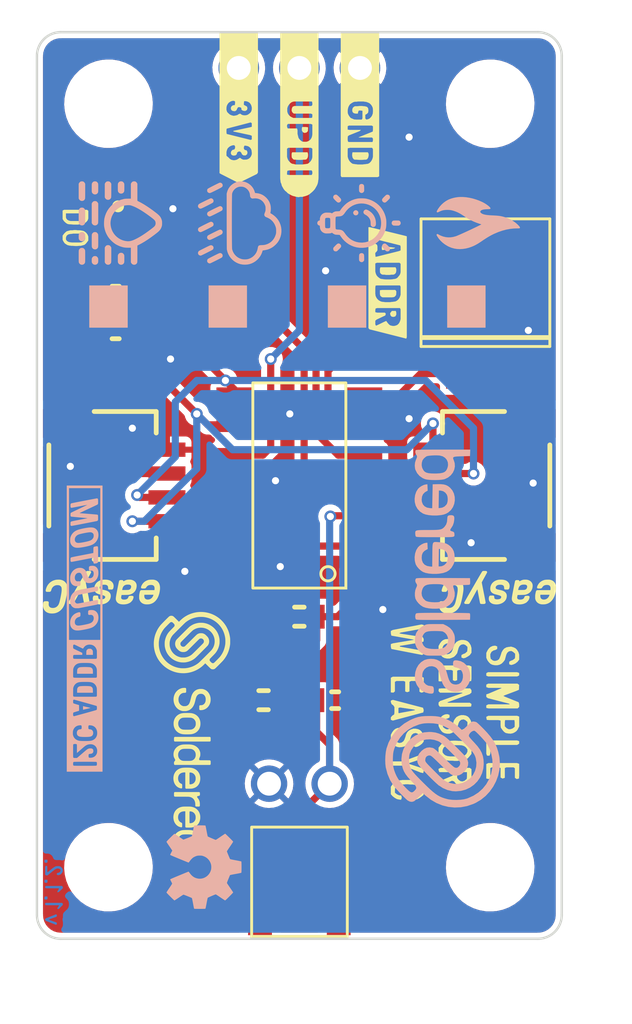
<source format=kicad_pcb>
(kicad_pcb (version 20211014) (generator pcbnew)
  (title_block (title "Simple fire sensor board with easyC") (date "2022-02-14") (rev "V1.1.2.") (company "SOLDERED") (comment 1 "333077"))
  (layers (0 "F.Cu" signal) (31 "B.Cu" signal) (34 "B.Paste" user) (35 "F.Paste" user) (36 "B.SilkS" user "B.Silkscreen") (37 "F.SilkS" user "F.Silkscreen") (38 "B.Mask" user) (39 "F.Mask" user) (44 "Edge.Cuts" user))
  (net 0 "")
  (net 1 "A0")
  (net 2 "GND")
  (net 3 "3V3")
  (net 4 "Net-(D1-Pad1)")
  (net 5 "SDA")
  (net 6 "SCL")
  (net 7 "UPDI")
  (net 8 "ADD3")
  (net 9 "ADD2")
  (net 10 "ADD1")
  (net 11 "D0")
  (footprint "e-radionica.com footprinti:easyC-connector" (layer "F.Cu") (at 112.1 127.8 90)
    (fp_text reference "K3")
    (fp_text value "easyC-SMD")
    (pad "1" smd rect locked (at -1.5 2.15 90) (size 0.6 1.55) (layers "F.Cu" "F.Paste" "F.Mask") (net 6 "SCL"))
    (pad "2" smd rect locked (at -0.5 2.15 90) (size 0.6 1.55) (layers "F.Cu" "F.Paste" "F.Mask") (net 5 "SDA"))
    (pad "3" smd rect locked (at 0.5 2.15 90) (size 0.6 1.55) (layers "F.Cu" "F.Paste" "F.Mask") (net 3 "3V3"))
    (pad "4" smd rect locked (at 1.5 2.15 90) (size 0.6 1.55) (layers "F.Cu" "F.Paste" "F.Mask") (net 2 "GND"))
    (pad "5" smd rect locked (at -2.6 -2.15 90) (size 1.2 1.8) (layers "F.Cu" "F.Paste" "F.Mask") (net 2 "GND"))
    (pad "5" smd rect locked (at 2.6 -2.15 90) (size 1.2 1.8) (layers "F.Cu" "F.Paste" "F.Mask") (net 2 "GND"))
  )
  (footprint "e-radionica.com footprinti:0603R" (layer "F.Cu") (at 112.1 119.8 180)
    (fp_text reference "R3")
    (fp_text value "10k")
    (pad "1" smd rect locked (at -0.775 0 270) (size 1 0.64) (layers "F.Cu" "F.Paste" "F.Mask") (net 5 "SDA"))
    (pad "2" smd rect locked (at 0.775 0 270) (size 1 0.64) (layers "F.Cu" "F.Paste" "F.Mask") (net 3 "3V3"))
  )
  (footprint "e-radionica.com footprinti:HEADER-UPDI" (layer "F.Cu") (at 119.8 110.3)
    (fp_text reference "K4")
    (fp_text value "HEADER-UPDI")
    (pad "1" thru_hole circle locked (at -2.54 0) (size 1.7 1.7) (drill 1) (layers *.Cu *.Mask) (net 3 "3V3"))
    (pad "2" thru_hole circle locked (at 0 0) (size 1.7 1.7) (drill 1) (layers *.Cu *.Mask) (net 7 "UPDI"))
    (pad "3" thru_hole circle locked (at 2.54 0) (size 1.7 1.7) (drill 1) (layers *.Cu *.Mask) (net 2 "GND"))
  )
  (footprint "e-radionica.com footprinti:0603R" (layer "F.Cu") (at 112.1 121.3 180)
    (fp_text reference "R4")
    (fp_text value "10k")
    (pad "1" smd rect locked (at -0.775 0 270) (size 1 0.64) (layers "F.Cu" "F.Paste" "F.Mask") (net 6 "SCL"))
    (pad "2" smd rect locked (at 0.775 0 270) (size 1 0.64) (layers "F.Cu" "F.Paste" "F.Mask") (net 3 "3V3"))
  )
  (footprint "Soldered Graphics:Logo-Front-easyC-5mm" (layer "F.Cu") (at 111.5 132.3 180)
    (fp_text reference "G***" hide)
    (fp_text value "LOGO" hide)
  )
  (footprint "Soldered Graphics:Logo-Front-SolderedFULL-10mm" (layer "F.Cu") (at 115.3 138.1 -90)
    (fp_text reference "G***" hide)
    (fp_text value "LOGO" hide)
  )
  (footprint "e-radionica.com footprinti:FIDUCIAL_23" (layer "F.Cu") (at 127.8 119 -90)
    (fp_text reference "FD1")
    (fp_text value "FIDUCIAL")
    (fp_circle (center 0 0) (end 1 0) (layer "F.Cu") (width 0.2) (fill none))
    (pad "1" smd circle locked (at 0 0 270) (size 1 1) (layers "F.Cu" "F.Paste" "F.Mask") (clearance 1.1))
  )
  (footprint "e-radionica.com footprinti:0402LED" (layer "F.Cu") (at 111.6 117 90)
    (fp_text reference "D1")
    (fp_text value "purple")
    (pad "1" smd rect locked (at -0.55 0 180) (size 0.75 0.45) (layers "F.Cu" "F.Paste" "F.Mask") (net 4 "Net-(D1-Pad1)"))
    (pad "2" smd rect locked (at 0.55 0 180) (size 0.75 0.45) (layers "F.Cu" "F.Paste" "F.Mask") (net 2 "GND"))
  )
  (footprint "buzzardLabel" (layer "F.Cu") (at 126.3 137.3 -90)
    (fp_text reference "" (at 0 0 90) (layer "F.SilkS") (effects (font (size 1.27 1.27))))
    (fp_text value "" (at 0 0 90) (layer "F.SilkS") (effects (font (size 1.27 1.27))))
  )
  (footprint "e-radionica.com footprinti:JST-SH_2pin_1mm_C145954" (layer "F.Cu") (at 119.8 144.8)
    (fp_text reference "K1")
    (fp_text value "JST-SH_2pin_1mm_C145954")
    (pad "" smd rect (at 1.65 0.95) (size 1 1.8) (layers "F.Cu" "F.Paste" "F.Mask"))
    (pad "" smd rect (at -1.65 0.95) (size 1 1.8) (layers "F.Cu" "F.Paste" "F.Mask"))
    (pad "1" smd rect (at 0.5 -2.5) (size 0.4 1.6) (layers "F.Cu" "F.Paste" "F.Mask") (net 1 "A0"))
    (pad "2" smd rect (at -0.5 -2.5) (size 0.4 1.6) (layers "F.Cu" "F.Paste" "F.Mask") (net 2 "GND"))
  )
  (footprint "e-radionica.com footprinti:HOLE_3.2mm" (layer "F.Cu") (at 111.8 143.8 -90)
    (fp_text reference "H2" hide)
    (fp_text value "HOLE_3.2mm" hide)
    (pad "" np_thru_hole circle locked (at 0 0 270) (size 3.2 3.2) (drill 3.2) (layers F&B.Cu *.Mask))
  )
  (footprint "buzzardLabel" (layer "F.Cu") (at 119.8 108.4 -90)
    (fp_text reference "" (at 0 0 90) (layer "F.SilkS") (effects (font (size 1.27 1.27))))
    (fp_text value "" (at 0 0 90) (layer "F.SilkS") (effects (font (size 1.27 1.27))))
  )
  (footprint "e-radionica.com footprinti:0402R" (layer "F.Cu") (at 113 117 90)
    (fp_text reference "R2")
    (fp_text value "2k2")
    (pad "1" smd rect locked (at -0.5 0 180) (size 0.64 0.54) (layers "F.Cu" "F.Paste" "F.Mask") (net 11 "D0"))
    (pad "2" smd rect locked (at 0.5 0 180) (size 0.64 0.54) (layers "F.Cu" "F.Paste" "F.Mask") (net 4 "Net-(D1-Pad1)"))
  )
  (footprint "e-radionica.com footprinti:SOIC-14" (layer "F.Cu") (at 119.8 127.8 180)
    (fp_text reference "U1")
    (fp_text value "ATTINY404-SSNR")
    (pad "1" smd rect locked (at -2.7 -3.81 180) (size 1.55 0.6) (layers "F.Cu" "F.Paste" "F.Mask") (net 3 "3V3"))
    (pad "2" smd rect locked (at -2.7 -2.54 180) (size 1.55 0.6) (layers "F.Cu" "F.Paste" "F.Mask") (net 11 "D0"))
    (pad "3" smd rect locked (at -2.7 -1.27 180) (size 1.55 0.6) (layers "F.Cu" "F.Paste" "F.Mask") (net 1 "A0"))
    (pad "4" smd rect locked (at -2.7 0 180) (size 1.55 0.6) (layers "F.Cu" "F.Paste" "F.Mask"))
    (pad "5" smd rect locked (at -2.7 1.27 180) (size 1.55 0.6) (layers "F.Cu" "F.Paste" "F.Mask") (net 8 "ADD3"))
    (pad "6" smd rect locked (at -2.7 2.54 180) (size 1.55 0.6) (layers "F.Cu" "F.Paste" "F.Mask") (net 9 "ADD2"))
    (pad "7" smd rect locked (at -2.7 3.81 180) (size 1.55 0.6) (layers "F.Cu" "F.Paste" "F.Mask") (net 10 "ADD1"))
    (pad "8" smd rect locked (at 2.7 3.81 180) (size 1.55 0.6) (layers "F.Cu" "F.Paste" "F.Mask") (net 5 "SDA"))
    (pad "9" smd rect locked (at 2.7 2.54 180) (size 1.55 0.6) (layers "F.Cu" "F.Paste" "F.Mask") (net 6 "SCL"))
    (pad "10" smd rect locked (at 2.7 1.27 180) (size 1.55 0.6) (layers "F.Cu" "F.Paste" "F.Mask") (net 7 "UPDI"))
    (pad "11" smd rect locked (at 2.7 0 180) (size 1.55 0.6) (layers "F.Cu" "F.Paste" "F.Mask"))
    (pad "12" smd rect locked (at 2.7 -1.27 180) (size 1.55 0.6) (layers "F.Cu" "F.Paste" "F.Mask"))
    (pad "13" smd rect locked (at 2.7 -2.54 180) (size 1.55 0.6) (layers "F.Cu" "F.Paste" "F.Mask"))
    (pad "14" smd rect locked (at 2.7 -3.81 180) (size 1.55 0.6) (layers "F.Cu" "F.Paste" "F.Mask") (net 2 "GND"))
  )
  (footprint "Soldered Graphics:Logo-Back-OSH-3.5mm" (layer "F.Cu") (at 115.8 143.8 -90)
    (fp_text reference "G***" hide)
    (fp_text value "LOGO" hide)
  )
  (footprint "Soldered Graphics:Logo-Front-easyC-5mm" (layer "F.Cu") (at 128.1 132.3 180)
    (fp_text reference "G***" hide)
    (fp_text value "LOGO" hide)
  )
  (footprint "e-radionica.com footprinti:HOLE_3.2mm" (layer "F.Cu") (at 127.8 143.8 -90)
    (fp_text reference "H4" hide)
    (fp_text value "HOLE_3.2mm" hide)
    (pad "" np_thru_hole circle locked (at 0 0 270) (size 3.2 3.2) (drill 3.2) (layers F&B.Cu *.Mask))
  )
  (footprint "e-radionica.com footprinti:easyC-connector" (layer "F.Cu") (at 127.5 127.8 -90)
    (fp_text reference "K5")
    (fp_text value "easyC-SMD")
    (pad "1" smd rect locked (at -1.5 2.15 270) (size 0.6 1.55) (layers "F.Cu" "F.Paste" "F.Mask") (net 6 "SCL"))
    (pad "2" smd rect locked (at -0.5 2.15 270) (size 0.6 1.55) (layers "F.Cu" "F.Paste" "F.Mask") (net 5 "SDA"))
    (pad "3" smd rect locked (at 0.5 2.15 270) (size 0.6 1.55) (layers "F.Cu" "F.Paste" "F.Mask") (net 3 "3V3"))
    (pad "4" smd rect locked (at 1.5 2.15 270) (size 0.6 1.55) (layers "F.Cu" "F.Paste" "F.Mask") (net 2 "GND"))
    (pad "5" smd rect locked (at -2.6 -2.15 270) (size 1.2 1.8) (layers "F.Cu" "F.Paste" "F.Mask") (net 2 "GND"))
    (pad "5" smd rect locked (at 2.6 -2.15 270) (size 1.2 1.8) (layers "F.Cu" "F.Paste" "F.Mask") (net 2 "GND"))
  )
  (footprint "e-radionica.com footprinti:HEADER_MALE_2X1" (layer "F.Cu") (at 119.8 140.3)
    (fp_text reference "K2")
    (fp_text value "HEADER_MALE_2X1")
    (pad "1" thru_hole circle locked (at -1.27 0) (size 1.524 1.524) (drill 1) (layers *.Cu *.Mask) (net 2 "GND"))
    (pad "2" thru_hole circle locked (at 1.27 0) (size 1.524 1.524) (drill 1) (layers *.Cu *.Mask) (net 1 "A0"))
  )
  (footprint "buzzardLabel" (layer "F.Cu") (at 128.3 137.3 -90)
    (fp_text reference "" (at 0 0 90) (layer "F.SilkS") (effects (font (size 1.27 1.27))))
    (fp_text value "" (at 0 0 90) (layer "F.SilkS") (effects (font (size 1.27 1.27))))
  )
  (footprint "buzzardLabel" (layer "F.Cu") (at 123.5 119.3 -90)
    (fp_text reference "" (at 0 0 90) (layer "F.SilkS") (effects (font (size 1.27 1.27))))
    (fp_text value "" (at 0 0 90) (layer "F.SilkS") (effects (font (size 1.27 1.27))))
  )
  (footprint "e-radionica.com footprinti:HOLE_3.2mm" (layer "F.Cu") (at 127.8 111.8 -90)
    (fp_text reference "H3" hide)
    (fp_text value "HOLE_3.2mm" hide)
    (pad "" np_thru_hole circle locked (at 0 0 270) (size 3.2 3.2) (drill 3.2) (layers F&B.Cu *.Mask))
  )
  (footprint "buzzardLabel" (layer "F.Cu") (at 110.4 117 -90)
    (fp_text reference "" (at 0 0 90) (layer "F.SilkS") (effects (font (size 1.27 1.27))))
    (fp_text value "" (at 0 0 90) (layer "F.SilkS") (effects (font (size 1.27 1.27))))
  )
  (footprint "Soldered Graphics:Logo-Back-SolderedFULL-15mm" (layer "F.Cu") (at 125.8 133.8 -90)
    (fp_text reference "REF**" hide)
    (fp_text value "Logo-Front-SolderedFULL-15mm" hide)
  )
  (footprint "buzzardLabel" (layer "F.Cu") (at 117.26 108.4 -90)
    (fp_text reference "" (at 0 0 90) (layer "F.SilkS") (effects (font (size 1.27 1.27))))
    (fp_text value "" (at 0 0 90) (layer "F.SilkS") (effects (font (size 1.27 1.27))))
  )
  (footprint "e-radionica.com footprinti:0603R" (layer "F.Cu") (at 121.3 136.8)
    (fp_text reference "R1")
    (fp_text value "10k")
    (pad "1" smd rect locked (at -0.775 0 90) (size 1 0.64) (layers "F.Cu" "F.Paste" "F.Mask") (net 1 "A0"))
    (pad "2" smd rect locked (at 0.775 0 90) (size 1 0.64) (layers "F.Cu" "F.Paste" "F.Mask") (net 3 "3V3"))
  )
  (footprint "e-radionica.com footprinti:0603C" (layer "F.Cu") (at 119.8 133.3 180)
    (fp_text reference "C2")
    (fp_text value "100n")
    (pad "1" smd rect locked (at -0.73 0 180) (size 0.66 1) (layers "F.Cu" "F.Paste" "F.Mask") (net 3 "3V3"))
    (pad "2" smd rect locked (at 0.73 0 180) (size 0.66 1) (layers "F.Cu" "F.Paste" "F.Mask") (net 2 "GND"))
  )
  (footprint "buzzardLabel" (layer "F.Cu") (at 124.3 137.3 -90)
    (fp_text reference "" (at 0 0 90) (layer "F.SilkS") (effects (font (size 1.27 1.27))))
    (fp_text value "" (at 0 0 90) (layer "F.SilkS") (effects (font (size 1.27 1.27))))
  )
  (footprint "e-radionica.com footprinti:HOLE_3.2mm" (layer "F.Cu") (at 111.8 111.8 -90)
    (fp_text reference "H1" hide)
    (fp_text value "HOLE_3.2mm" hide)
    (pad "" np_thru_hole circle locked (at 0 0 270) (size 3.2 3.2) (drill 3.2) (layers F&B.Cu *.Mask))
  )
  (footprint "e-radionica.com footprinti:0603C" (layer "F.Cu") (at 118.3 136.8)
    (fp_text reference "C1")
    (fp_text value "100n")
    (pad "1" smd rect locked (at -0.73 0) (size 0.66 1) (layers "F.Cu" "F.Paste" "F.Mask") (net 2 "GND"))
    (pad "2" smd rect locked (at 0.73 0) (size 0.66 1) (layers "F.Cu" "F.Paste" "F.Mask") (net 1 "A0"))
  )
  (footprint "e-radionica.com footprinti:DSHP03TS-S" (layer "F.Cu") (at 127.6 119.3 90)
    (fp_text reference "K6")
    (fp_text value "DSHP03TS-S")
    (pad "1" smd rect locked (at -3.81 -1.27 180) (size 0.76 1.27) (layers "F.Cu" "F.Paste" "F.Mask") (net 10 "ADD1"))
    (pad "2" smd rect locked (at 3.81 -1.27 180) (size 0.76 1.27) (layers "F.Cu" "F.Paste" "F.Mask") (net 2 "GND"))
    (pad "3" smd rect locked (at -3.81 0 180) (size 0.76 1.27) (layers "F.Cu" "F.Paste" "F.Mask") (net 9 "ADD2"))
    (pad "4" smd rect locked (at 3.81 0 180) (size 0.76 1.27) (layers "F.Cu" "F.Paste" "F.Mask") (net 2 "GND"))
    (pad "5" smd rect locked (at -3.81 1.27 180) (size 0.76 1.27) (layers "F.Cu" "F.Paste" "F.Mask") (net 8 "ADD3"))
    (pad "6" smd rect locked (at 3.81 1.27 180) (size 0.76 1.27) (layers "F.Cu" "F.Paste" "F.Mask") (net 2 "GND"))
  )
  (footprint "buzzardLabel" (layer "F.Cu") (at 122.34 108.4 -90)
    (fp_text reference "" (at 0 0 90) (layer "F.SilkS") (effects (font (size 1.27 1.27))))
    (fp_text value "" (at 0 0 90) (layer "F.SilkS") (effects (font (size 1.27 1.27))))
  )
  (footprint "Soldered Graphics:Symbol-Front-Raining" (layer "B.Cu") (at 117.3 116.8 90)
    (fp_text reference "G***" hide)
    (fp_text value "LOGO" hide)
  )
  (footprint "buzzardLabel" (layer "B.Cu") (at 126.8 120.3 90)
    (fp_text reference "" (at 0 0 90) (layer "B.SilkS") (effects (font (size 1.27 1.27)) (justify mirror)))
    (fp_text value "" (at 0 0 90) (layer "B.SilkS") (effects (font (size 1.27 1.27)) (justify mirror)))
  )
  (footprint "buzzardLabel" (layer "B.Cu") (at 111.8 120.3 90)
    (fp_text reference "" (at 0 0 90) (layer "B.SilkS") (effects (font (size 1.27 1.27)) (justify mirror)))
    (fp_text value "" (at 0 0 90) (layer "B.SilkS") (effects (font (size 1.27 1.27)) (justify mirror)))
  )
  (footprint "buzzardLabel" (layer "B.Cu") (at 121.8 120.3 90)
    (fp_text reference "" (at 0 0 90) (layer "B.SilkS") (effects (font (size 1.27 1.27)) (justify mirror)))
    (fp_text value "" (at 0 0 90) (layer "B.SilkS") (effects (font (size 1.27 1.27)) (justify mirror)))
  )
  (footprint "buzzardLabel" (layer "B.Cu") (at 116.8 120.3 90)
    (fp_text reference "" (at 0 0 90) (layer "B.SilkS") (effects (font (size 1.27 1.27)) (justify mirror)))
    (fp_text value "" (at 0 0 90) (layer "B.SilkS") (effects (font (size 1.27 1.27)) (justify mirror)))
  )
  (footprint "Soldered Graphics:Symbol-Front-Light" (layer "B.Cu") (at 122.3 116.8 90)
    (fp_text reference "G***" hide)
    (fp_text value "LOGO" hide)
  )
  (footprint "Soldered Graphics:Symbol-Front_I2C_ADDR_CUSTOM" (layer "B.Cu") (at 110.8 133.8 90)
    (fp_text reference "REF**" hide)
    (fp_text value "Symbol-Front_I2C_ADDR_CUSTOM" hide)
  )
  (footprint "Soldered Graphics:Symbol-Front-Flame" (layer "B.Cu") (at 127.3 116.8 90)
    (fp_text reference "G***" hide)
    (fp_text value "LOGO" hide)
  )
  (footprint "Soldered Graphics:Symbol-Front-Water-Sensoric" (layer "B.Cu") (at 112.3 116.8 90)
    (fp_text reference "G***" hide)
    (fp_text value "LOGO" hide)
  )
  (footprint "Soldered Graphics:Version1.1.2." (layer "B.Cu") (at 109.5 144.8 90)
    (fp_text reference "REF**" hide)
    (fp_text value "Version1.1.2." hide)
    (fp_poly (pts (xy -1.22 -0.35) (xy -1.17 -0.35) (xy -1.14 -0.31) (xy -0.98 0.1) (xy -1 0.13) (xy -1.06 0.13) (xy -1.08 0.1) (xy -1.17 -0.16) (xy -1.19 -0.21) (xy -1.22 -0.17) (xy -1.31 0.09) (xy -1.33 0.13) (xy -1.39 0.13) (xy -1.41 0.1) (xy -1.25 -0.31) (xy -1.22 -0.35)) (layer "B.Cu") (width 0.01) (fill solid))
    (fp_poly (pts (xy 1.21 -0.38) (xy 1.26 -0.38) (xy 1.31 -0.37) (xy 1.31 -0.33) (xy 1.31 -0.27) (xy 1.27 -0.26) (xy 1.22 -0.26) (xy 1.19 -0.29) (xy 1.19 -0.34) (xy 1.21 -0.38)) (layer "B.Cu") (width 0.01) (fill solid))
    (fp_poly (pts (xy 0.14 -0.35) (xy 0.19 -0.35) (xy 0.21 -0.31) (xy 0.21 0.35) (xy 0.17 0.38) (xy 0.12 0.38) (xy 0.08 0.34) (xy -0.03 0.22) (xy -0.05 0.17) (xy -0.02 0.16) (xy 0.08 0.22) (xy 0.12 0.23) (xy 0.12 -0.31) (xy 0.14 -0.35)) (layer "B.Cu") (width 0.01) (fill solid))
    (fp_poly (pts (xy 0.37 -0.38) (xy 0.42 -0.38) (xy 0.47 -0.37) (xy 0.47 -0.33) (xy 0.47 -0.27) (xy 0.43 -0.26) (xy 0.38 -0.26) (xy 0.35 -0.29) (xy 0.35 -0.34) (xy 0.37 -0.38)) (layer "B.Cu") (width 0.01) (fill solid))
    (fp_poly (pts (xy 0.69 -0.35) (xy 1.01 -0.35) (xy 1.05 -0.33) (xy 1.05 -0.28) (xy 1.01 -0.27) (xy 0.79 -0.27) (xy 0.8 -0.23) (xy 0.97 -0.02) (xy 1 0.03) (xy 1.03 0.08) (xy 1.04 0.13) (xy 1.04 0.18) (xy 1.04 0.24) (xy 1.02 0.29) (xy 0.99 0.32) (xy 0.95 0.36) (xy 0.89 0.38) (xy 0.83 0.38) (xy 0.78 0.36) (xy 0.73 0.32) (xy 0.7 0.29) (xy 0.68 0.24) (xy 0.67 0.19) (xy 0.69 0.14) (xy 0.74 0.14) (xy 0.76 0.18) (xy 0.77 0.23) (xy 0.8 0.27) (xy 0.85 0.29) (xy 0.9 0.29) (xy 0.94 0.24) (xy 0.95 0.19) (xy 0.95 0.14) (xy 0.93 0.09) (xy 0.9 0.04) (xy 0.7 -0.21) (xy 0.66 -0.26) (xy 0.66 -0.31) (xy 0.69 -0.35)) (layer "B.Cu") (width 0.01) (fill solid))
    (fp_poly (pts (xy -0.34 -0.38) (xy -0.29 -0.38) (xy -0.24 -0.37) (xy -0.23 -0.33) (xy -0.23 -0.27) (xy -0.27 -0.26) (xy -0.32 -0.26) (xy -0.35 -0.29) (xy -0.35 -0.34) (xy -0.34 -0.38)) (layer "B.Cu") (width 0.01) (fill solid))
    (fp_poly (pts (xy -0.57 -0.35) (xy -0.51 -0.35) (xy -0.5 -0.31) (xy -0.5 0.35) (xy -0.53 0.38) (xy -0.58 0.38) (xy -0.62 0.34) (xy -0.74 0.22) (xy -0.75 0.17) (xy -0.72 0.16) (xy -0.63 0.22) (xy -0.59 0.23) (xy -0.59 -0.31) (xy -0.57 -0.35)) (layer "B.Cu") (width 0.01) (fill solid))
  )
  (gr_line (start 130.8 109.8) (end 130.8 145.8) (layer "Edge.Cuts") (width 0.1))
  (gr_arc (start 129.8 108.8) (mid 130.507107 109.092893) (end 130.8 109.8) (layer "Edge.Cuts") (width 0.1))
  (gr_arc (start 130.8 145.8) (mid 130.507107 146.507107) (end 129.8 146.8) (layer "Edge.Cuts") (width 0.1))
  (gr_line (start 109.8 108.8) (end 129.8 108.8) (layer "Edge.Cuts") (width 0.1))
  (gr_line (start 129.8 146.8) (end 109.8 146.8) (layer "Edge.Cuts") (width 0.1))
  (gr_arc (start 109.8 146.8) (mid 109.092893 146.507107) (end 108.8 145.8) (layer "Edge.Cuts") (width 0.1))
  (gr_line (start 108.8 145.8) (end 108.8 109.8) (layer "Edge.Cuts") (width 0.1))
  (gr_arc (start 108.8 109.8) (mid 109.092893 109.092893) (end 109.8 108.8) (layer "Edge.Cuts") (width 0.1))
  (segment (start 121.1 129.1) (end 121.13 129.07) (width 0.3) (layer "F.Cu") (net 1))
  (segment (start 119.03 136.8) (end 120.525 136.8) (width 0.3) (layer "F.Cu") (net 1))
  (segment (start 120.525 138.125) (end 121.07 138.67) (width 0.3) (layer "F.Cu") (net 1))
  (segment (start 120.525 136.8) (end 120.525 138.125) (width 0.3) (layer "F.Cu") (net 1))
  (segment (start 120.3 141.07) (end 121.07 140.3) (width 0.3) (layer "F.Cu") (net 1))
  (segment (start 120.3 142.3) (end 120.3 141.07) (width 0.3) (layer "F.Cu") (net 1))
  (segment (start 121.13 129.07) (end 122.5 129.07) (width 0.3) (layer "F.Cu") (net 1))
  (segment (start 121.07 138.67) (end 121.07 140.3) (width 0.3) (layer "F.Cu") (net 1))
  (via (at 121.1 129.1) (size 0.5) (drill 0.3) (layers "F.Cu" "B.Cu") (net 1))
  (segment (start 121.1 129.1) (end 121.07 129.13) (width 0.3) (layer "B.Cu") (net 1))
  (segment (start 121.07 129.13) (end 121.07 140.3) (width 0.3) (layer "B.Cu") (net 1))
  (via (at 114.5 116.2) (size 0.5) (drill 0.3) (layers "F.Cu" "B.Cu") (net 2))
  (via (at 127 130.2) (size 0.5) (drill 0.3) (layers "F.Cu" "B.Cu") (net 2))
  (via (at 129.4 121.3) (size 0.5) (drill 0.3) (layers "F.Cu" "B.Cu") (net 2))
  (via (at 114.4 122.5) (size 0.5) (drill 0.3) (layers "F.Cu" "B.Cu") (net 2))
  (via (at 129.6 127.7) (size 0.5) (drill 0.3) (layers "F.Cu" "B.Cu") (net 2))
  (via (at 120.9 118.8) (size 0.5) (drill 0.3) (layers "F.Cu" "B.Cu") (net 2))
  (via (at 119 131.2) (size 0.5) (drill 0.3) (layers "F.Cu" "B.Cu") (net 2))
  (via (at 124.4 113.2) (size 0.5) (drill 0.3) (layers "F.Cu" "B.Cu") (net 2))
  (via (at 119.4 124.8) (size 0.5) (drill 0.3) (layers "F.Cu" "B.Cu") (net 2))
  (via (at 110.2 127) (size 0.5) (drill 0.3) (layers "F.Cu" "B.Cu") (net 2))
  (via (at 118.8 127.6) (size 0.5) (drill 0.3) (layers "F.Cu" "B.Cu") (net 2))
  (via (at 112.8 125.4) (size 0.5) (drill 0.3) (layers "F.Cu" "B.Cu") (net 2))
  (via (at 124.4 125) (size 0.5) (drill 0.3) (layers "F.Cu" "B.Cu") (net 2))
  (via (at 123.3 133) (size 0.5) (drill 0.3) (layers "F.Cu" "B.Cu") (net 2))
  (via (at 115 131.4) (size 0.5) (drill 0.3) (layers "F.Cu" "B.Cu") (net 2))
  (segment (start 124.1 128.7) (end 124.1 131.3) (width 0.3) (layer "F.Cu") (net 3))
  (segment (start 124.1 131.3) (end 123.79 131.61) (width 0.3) (layer "F.Cu") (net 3))
  (segment (start 120.53 134.27) (end 120.53 133.3) (width 0.3) (layer "F.Cu") (net 3))
  (segment (start 111.325 119.8) (end 110.5 119.8) (width 0.3) (layer "F.Cu") (net 3))
  (segment (start 111 115) (end 115 115) (width 0.3) (layer "F.Cu") (net 3))
  (segment (start 111.7 123) (end 111.3 122.6) (width 0.3) (layer "F.Cu") (net 3))
  (segment (start 112.6 127.3) (end 111.7 126.4) (width 0.3) (layer "F.Cu") (net 3))
  (segment (start 124.5 128.3) (end 124.1 128.7) (width 0.3) (layer "F.Cu") (net 3))
  (segment (start 122.075 132.625) (end 122.1 132.6) (width 0.3) (layer "F.Cu") (net 3))
  (segment (start 122.1 132.6) (end 122.5 132.2) (width 0.3) (layer "F.Cu") (net 3))
  (segment (start 117.26 112.74) (end 117.26 110.3) (width 0.3) (layer "F.Cu") (net 3))
  (segment (start 115 115) (end 117.26 112.74) (width 0.3) (layer "F.Cu") (net 3))
  (segment (start 114.25 127.3) (end 112.6 127.3) (width 0.3) (layer "F.Cu") (net 3))
  (segment (start 111.325 121.3) (end 111.325 119.8) (width 0.3) (layer "F.Cu") (net 3))
  (segment (start 109.9 119.2) (end 109.9 116.1) (width 0.3) (layer "F.Cu") (net 3))
  (segment (start 111.7 130.8) (end 115.6 134.7) (width 0.3) (layer "F.Cu") (net 3))
  (segment (start 109.9 116.1) (end 111 115) (width 0.3) (layer "F.Cu") (net 3))
  (segment (start 125.35 128.3) (end 124.5 128.3) (width 0.3) (layer "F.Cu") (net 3))
  (segment (start 111.3 122.6) (end 111.325 122.575) (width 0.3) (layer "F.Cu") (net 3))
  (segment (start 110.5 119.8) (end 109.9 119.2) (width 0.3) (layer "F.Cu") (net 3))
  (segment (start 121.4 133.3) (end 122.1 132.6) (width 0.3) (layer "F.Cu") (net 3))
  (segment (start 111.7 126.4) (end 111.7 130.8) (width 0.3) (layer "F.Cu") (net 3))
  (segment (start 111.7 126.4) (end 111.7 123) (width 0.3) (layer "F.Cu") (net 3))
  (segment (start 111.325 122.575) (end 111.325 121.3) (width 0.3) (layer "F.Cu") (net 3))
  (segment (start 115.6 134.7) (end 120.1 134.7) (width 0.3) (layer "F.Cu") (net 3))
  (segment (start 120.53 133.3) (end 121.4 133.3) (width 0.3) (layer "F.Cu") (net 3))
  (segment (start 120.1 134.7) (end 120.53 134.27) (width 0.3) (layer "F.Cu") (net 3))
  (segment (start 122.075 136.8) (end 122.075 132.625) (width 0.3) (layer "F.Cu") (net 3))
  (segment (start 122.5 132.2) (end 122.5 131.61) (width 0.3) (layer "F.Cu") (net 3))
  (segment (start 123.79 131.61) (end 122.5 131.61) (width 0.3) (layer "F.Cu") (net 3))
  (segment (start 113 116.5) (end 112.8 116.5) (width 0.3) (layer "F.Cu") (net 4))
  (segment (start 111.75 117.55) (end 111.6 117.55) (width 0.3) (layer "F.Cu") (net 4))
  (segment (start 112.8 116.5) (end 111.75 117.55) (width 0.3) (layer "F.Cu") (net 4))
  (segment (start 127.1 127.3) (end 125.35 127.3) (width 0.3) (layer "F.Cu") (net 5))
  (segment (start 113.1 128.3) (end 113 128.2) (width 0.3) (layer "F.Cu") (net 5))
  (segment (start 117.1 123.99) (end 117.1 123.8) (width 0.3) (layer "F.Cu") (net 5))
  (segment (start 114.25 128.3) (end 113.1 128.3) (width 0.3) (layer "F.Cu") (net 5))
  (segment (start 117.1 123.8) (end 114.65 121.35) (width 0.3) (layer "F.Cu") (net 5))
  (segment (start 114.65 121.35) (end 113.1 119.8) (width 0.3) (layer "F.Cu") (net 5))
  (segment (start 113.1 119.8) (end 112.875 119.8) (width 0.3) (layer "F.Cu") (net 5))
  (via (at 127.1 127.3) (size 0.5) (drill 0.3) (layers "F.Cu" "B.Cu") (net 5))
  (via (at 113 128.2) (size 0.5) (drill 0.3) (layers "F.Cu" "B.Cu") (net 5))
  (via (at 116.7 123.4) (size 0.5) (drill 0.3) (layers "F.Cu" "B.Cu") (net 5))
  (segment (start 125.1 123.4) (end 116.7 123.4) (width 0.3) (layer "B.Cu") (net 5))
  (segment (start 127.1 125.4) (end 125.1 123.4) (width 0.3) (layer "B.Cu") (net 5))
  (segment (start 115.5 123.4) (end 114.6 124.3) (width 0.3) (layer "B.Cu") (net 5))
  (segment (start 114.6 124.3) (end 114.6 126.6) (width 0.3) (layer "B.Cu") (net 5))
  (segment (start 116.7 123.4) (end 115.5 123.4) (width 0.3) (layer "B.Cu") (net 5))
  (segment (start 114.6 126.6) (end 113 128.2) (width 0.3) (layer "B.Cu") (net 5))
  (segment (start 127.1 127.3) (end 127.1 125.4) (width 0.3) (layer "B.Cu") (net 5))
  (segment (start 115.5 124.8) (end 112.875 122.175) (width 0.3) (layer "F.Cu") (net 6))
  (segment (start 115.96 125.26) (end 117.1 125.26) (width 0.3) (layer "F.Cu") (net 6))
  (segment (start 115.5 124.8) (end 115.96 125.26) (width 0.3) (layer "F.Cu") (net 6))
  (segment (start 114.25 129.3) (end 112.8 129.3) (width 0.3) (layer "F.Cu") (net 6))
  (segment (start 125.4 125.2) (end 125.4 126.25) (width 0.3) (layer "F.Cu") (net 6))
  (segment (start 112.875 122.175) (end 112.875 121.3) (width 0.3) (layer "F.Cu") (net 6))
  (segment (start 125.4 126.25) (end 125.35 126.3) (width 0.3) (layer "F.Cu") (net 6))
  (via (at 115.5 124.8) (size 0.5) (drill 0.3) (layers "F.Cu" "B.Cu") (net 6))
  (via (at 112.8 129.3) (size 0.5) (drill 0.3) (layers "F.Cu" "B.Cu") (net 6))
  (via (at 125.4 125.2) (size 0.5) (drill 0.3) (layers "F.Cu" "B.Cu") (net 6))
  (segment (start 113.3 129.3) (end 112.8 129.3) (width 0.3) (layer "B.Cu") (net 6))
  (segment (start 117 126.3) (end 115.5 124.8) (width 0.3) (layer "B.Cu") (net 6))
  (segment (start 125.4 125.2) (end 124.3 126.3) (width 0.3) (layer "B.Cu") (net 6))
  (segment (start 115.5 127.1) (end 113.3 129.3) (width 0.3) (layer "B.Cu") (net 6))
  (segment (start 115.5 124.8) (end 115.5 127.1) (width 0.3) (layer "B.Cu") (net 6))
  (segment (start 124.3 126.3) (end 117 126.3) (width 0.3) (layer "B.Cu") (net 6))
  (segment (start 118.6 122.5) (end 118.6 126.2) (width 0.3) (layer "F.Cu") (net 7))
  (segment (start 118.6 126.2) (end 118.27 126.53) (width 0.3) (layer "F.Cu") (net 7))
  (segment (start 118.27 126.53) (end 117.1 126.53) (width 0.3) (layer "F.Cu") (net 7))
  (via (at 118.6 122.5) (size 0.5) (drill 0.3) (layers "F.Cu" "B.Cu") (net 7))
  (segment (start 118.6 122.5) (end 119.8 121.3) (width 0.3) (layer "B.Cu") (net 7))
  (segment (start 119.8 121.3) (end 119.8 110.3) (width 0.3) (layer "B.Cu") (net 7))
  (segment (start 121.7 121.4) (end 128 121.4) (width 0.3) (layer "F.Cu") (net 8))
  (segment (start 121.43 126.53) (end 120.49952 125.59952) (width 0.3) (layer "F.Cu") (net 8))
  (segment (start 120.49952 125.59952) (end 120.49952 122.60048) (width 0.3) (layer "F.Cu") (net 8))
  (segment (start 122.5 126.53) (end 121.43 126.53) (width 0.3) (layer "F.Cu") (net 8))
  (segment (start 128 121.4) (end 128.87 122.27) (width 0.3) (layer "F.Cu") (net 8))
  (segment (start 128.87 122.27) (end 128.87 123.11) (width 0.3) (layer "F.Cu") (net 8))
  (segment (start 120.49952 122.60048) (end 121.7 121.4) (width 0.3) (layer "F.Cu") (net 8))
  (segment (start 127.6 122.3) (end 127.6 123.11) (width 0.3) (layer "F.Cu") (net 9))
  (segment (start 121 123) (end 122.1 121.9) (width 0.3) (layer "F.Cu") (net 9))
  (segment (start 122.1 121.9) (end 127.2 121.9) (width 0.3) (layer "F.Cu") (net 9))
  (segment (start 121 124.8) (end 121 123) (width 0.3) (layer "F.Cu") (net 9))
  (segment (start 127.2 121.9) (end 127.6 122.3) (width 0.3) (layer "F.Cu") (net 9))
  (segment (start 121.46 125.26) (end 121 124.8) (width 0.3) (layer "F.Cu") (net 9))
  (segment (start 122.5 125.26) (end 121.46 125.26) (width 0.3) (layer "F.Cu") (net 9))
  (segment (start 124.01 123.99) (end 124.89 123.11) (width 0.3) (layer "F.Cu") (net 10))
  (segment (start 122.5 123.99) (end 124.01 123.99) (width 0.3) (layer "F.Cu") (net 10))
  (segment (start 124.89 123.11) (end 126.33 123.11) (width 0.3) (layer "F.Cu") (net 10))
  (segment (start 115.4 117.5) (end 120 122.1) (width 0.3) (layer "F.Cu") (net 11))
  (segment (start 113 117.5) (end 115.4 117.5) (width 0.3) (layer "F.Cu") (net 11))
  (segment (start 120.44 130.34) (end 122.5 130.34) (width 0.3) (layer "F.Cu") (net 11))
  (segment (start 120 129.9) (end 120.44 130.34) (width 0.3) (layer "F.Cu") (net 11))
  (segment (start 120 122.1) (end 120 129.9) (width 0.3) (layer "F.Cu") (net 11))
  (zone (net 2) (net_name "GND") (layers F&B.Cu) (connect_pads (clearance 0.254)) (min_thickness 0.254) (fill yes (thermal_gap 0.254) (thermal_bridge_width 0.254))
    (polygon (pts (xy 108.8 146.8) (xy 108.8 108.8) (xy 130.8 108.8) (xy 130.8 146.8)))
  )
)
</source>
